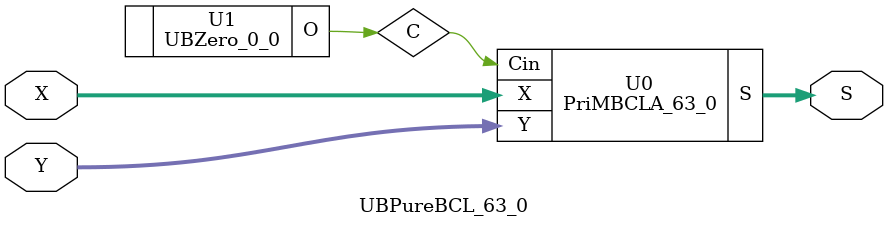
<source format=v>
/*----------------------------------------------------------------------------
  Copyright (c) 2021 Homma laboratory. All rights reserved.

  Top module: UBBCL_15_0_63_0

  Operand-1 length: 16
  Operand-2 length: 64
  Two-operand addition algorithm: Block carry look-ahead adder
----------------------------------------------------------------------------*/

module UB1DCON_0(O, I);
  output O;
  input I;
  assign O = I;
endmodule

module UB1DCON_1(O, I);
  output O;
  input I;
  assign O = I;
endmodule

module UB1DCON_2(O, I);
  output O;
  input I;
  assign O = I;
endmodule

module UB1DCON_3(O, I);
  output O;
  input I;
  assign O = I;
endmodule

module UB1DCON_4(O, I);
  output O;
  input I;
  assign O = I;
endmodule

module UB1DCON_5(O, I);
  output O;
  input I;
  assign O = I;
endmodule

module UB1DCON_6(O, I);
  output O;
  input I;
  assign O = I;
endmodule

module UB1DCON_7(O, I);
  output O;
  input I;
  assign O = I;
endmodule

module UB1DCON_8(O, I);
  output O;
  input I;
  assign O = I;
endmodule

module UB1DCON_9(O, I);
  output O;
  input I;
  assign O = I;
endmodule

module UB1DCON_10(O, I);
  output O;
  input I;
  assign O = I;
endmodule

module UB1DCON_11(O, I);
  output O;
  input I;
  assign O = I;
endmodule

module UB1DCON_12(O, I);
  output O;
  input I;
  assign O = I;
endmodule

module UB1DCON_13(O, I);
  output O;
  input I;
  assign O = I;
endmodule

module UB1DCON_14(O, I);
  output O;
  input I;
  assign O = I;
endmodule

module UB1DCON_15(O, I);
  output O;
  input I;
  assign O = I;
endmodule

module UBZero_63_16(O);
  output [63:16] O;
  assign O[16] = 0;
  assign O[17] = 0;
  assign O[18] = 0;
  assign O[19] = 0;
  assign O[20] = 0;
  assign O[21] = 0;
  assign O[22] = 0;
  assign O[23] = 0;
  assign O[24] = 0;
  assign O[25] = 0;
  assign O[26] = 0;
  assign O[27] = 0;
  assign O[28] = 0;
  assign O[29] = 0;
  assign O[30] = 0;
  assign O[31] = 0;
  assign O[32] = 0;
  assign O[33] = 0;
  assign O[34] = 0;
  assign O[35] = 0;
  assign O[36] = 0;
  assign O[37] = 0;
  assign O[38] = 0;
  assign O[39] = 0;
  assign O[40] = 0;
  assign O[41] = 0;
  assign O[42] = 0;
  assign O[43] = 0;
  assign O[44] = 0;
  assign O[45] = 0;
  assign O[46] = 0;
  assign O[47] = 0;
  assign O[48] = 0;
  assign O[49] = 0;
  assign O[50] = 0;
  assign O[51] = 0;
  assign O[52] = 0;
  assign O[53] = 0;
  assign O[54] = 0;
  assign O[55] = 0;
  assign O[56] = 0;
  assign O[57] = 0;
  assign O[58] = 0;
  assign O[59] = 0;
  assign O[60] = 0;
  assign O[61] = 0;
  assign O[62] = 0;
  assign O[63] = 0;
endmodule

module GPGenerator(Go, Po, A, B);
  output Go;
  output Po;
  input A;
  input B;
  assign Go = A & B;
  assign Po = A ^ B;
endmodule

module BCLAU_4(Go, Po, G, P, Cin);
  output Go;
  output Po;
  input Cin;
  input [3:0] G;
  input [3:0] P;
  assign Po = P[0] & P[1] & P[2] & P[3];
  assign Go = G[3] | ( P[3] & G[2] ) | ( P[3] & P[2] & G[1] ) | ( P[3] & P[2] & P[1] & G[0] );
endmodule

module BCLAlU_4(Go, Po, S, X, Y, Cin);
  output Go;
  output Po;
  output [3:0] S;
  input Cin;
  input [3:0] X;
  input [3:0] Y;
  wire [3:1] C;
  wire [3:0] G;
  wire [3:0] P;
  assign C[1] = G[0] | ( P[0] & Cin );
  assign C[2] = G[1] | ( P[1] & C[1] );
  assign C[3] = G[2] | ( P[2] & C[2] );
  assign S[0] = P[0] ^ Cin;
  assign S[1] = P[1] ^ C[1];
  assign S[2] = P[2] ^ C[2];
  assign S[3] = P[3] ^ C[3];
  GPGenerator U0 (G[0], P[0], X[0], Y[0]);
  GPGenerator U1 (G[1], P[1], X[1], Y[1]);
  GPGenerator U2 (G[2], P[2], X[2], Y[2]);
  GPGenerator U3 (G[3], P[3], X[3], Y[3]);
  BCLAU_4 U4 (Go, Po, G, P, Cin);
endmodule

module PriMBCLA_63_0(S, X, Y, Cin);
  output [64:0] S;
  input Cin;
  input [63:0] X;
  input [63:0] Y;
  wire [15:0] C1;
  wire [3:0] C2;
  wire [15:0] G1;
  wire [3:0] G2;
  wire [15:0] P1;
  wire [3:0] P2;
  assign C1[0] = C2[0];
  assign C1[1] = G1[0] | ( P1[0] & C1[0] );
  assign C1[2] = G1[1] | ( P1[1] & C1[1] );
  assign C1[3] = G1[2] | ( P1[2] & C1[2] );
  assign C1[4] = C2[1];
  assign C1[5] = G1[4] | ( P1[4] & C1[4] );
  assign C1[6] = G1[5] | ( P1[5] & C1[5] );
  assign C1[7] = G1[6] | ( P1[6] & C1[6] );
  assign C1[8] = C2[2];
  assign C1[9] = G1[8] | ( P1[8] & C1[8] );
  assign C1[10] = G1[9] | ( P1[9] & C1[9] );
  assign C1[11] = G1[10] | ( P1[10] & C1[10] );
  assign C1[12] = C2[3];
  assign C1[13] = G1[12] | ( P1[12] & C1[12] );
  assign C1[14] = G1[13] | ( P1[13] & C1[13] );
  assign C1[15] = G1[14] | ( P1[14] & C1[14] );
  assign C2[0] = Cin;
  assign C2[1] = G2[0] | ( P2[0] & C2[0] );
  assign C2[2] = G2[1] | ( P2[1] & C2[1] );
  assign C2[3] = G2[2] | ( P2[2] & C2[2] );
  assign S[64] = G2[3] | ( P2[3] & C2[3] );
  BCLAlU_4 U0 (G1[0], P1[0], S[3:0], X[3:0], Y[3:0], C1[0]);
  BCLAlU_4 U1 (G1[1], P1[1], S[7:4], X[7:4], Y[7:4], C1[1]);
  BCLAlU_4 U2 (G1[2], P1[2], S[11:8], X[11:8], Y[11:8], C1[2]);
  BCLAlU_4 U3 (G1[3], P1[3], S[15:12], X[15:12], Y[15:12], C1[3]);
  BCLAlU_4 U4 (G1[4], P1[4], S[19:16], X[19:16], Y[19:16], C1[4]);
  BCLAlU_4 U5 (G1[5], P1[5], S[23:20], X[23:20], Y[23:20], C1[5]);
  BCLAlU_4 U6 (G1[6], P1[6], S[27:24], X[27:24], Y[27:24], C1[6]);
  BCLAlU_4 U7 (G1[7], P1[7], S[31:28], X[31:28], Y[31:28], C1[7]);
  BCLAlU_4 U8 (G1[8], P1[8], S[35:32], X[35:32], Y[35:32], C1[8]);
  BCLAlU_4 U9 (G1[9], P1[9], S[39:36], X[39:36], Y[39:36], C1[9]);
  BCLAlU_4 U10 (G1[10], P1[10], S[43:40], X[43:40], Y[43:40], C1[10]);
  BCLAlU_4 U11 (G1[11], P1[11], S[47:44], X[47:44], Y[47:44], C1[11]);
  BCLAlU_4 U12 (G1[12], P1[12], S[51:48], X[51:48], Y[51:48], C1[12]);
  BCLAlU_4 U13 (G1[13], P1[13], S[55:52], X[55:52], Y[55:52], C1[13]);
  BCLAlU_4 U14 (G1[14], P1[14], S[59:56], X[59:56], Y[59:56], C1[14]);
  BCLAlU_4 U15 (G1[15], P1[15], S[63:60], X[63:60], Y[63:60], C1[15]);
  BCLAU_4 U16 (G2[0], P2[0], G1[3:0], P1[3:0], C2[0]);
  BCLAU_4 U17 (G2[1], P2[1], G1[7:4], P1[7:4], C2[1]);
  BCLAU_4 U18 (G2[2], P2[2], G1[11:8], P1[11:8], C2[2]);
  BCLAU_4 U19 (G2[3], P2[3], G1[15:12], P1[15:12], C2[3]);
endmodule

module UBZero_0_0(O);
  output [0:0] O;
  assign O[0] = 0;
endmodule

module UBBCL_15_0_63_0 (S, X, Y);
  output [64:0] S;
  input [15:0] X;
  input [63:0] Y;
  wire [63:0] Z;
  UBExtender_15_0_6000 U0 (Z[63:0], X[15:0]);
  UBPureBCL_63_0 U1 (S[64:0], Z[63:0], Y[63:0]);
endmodule

module UBCON_15_0 (O, I);
  output [15:0] O;
  input [15:0] I;
  UB1DCON_0 U0 (O[0], I[0]);
  UB1DCON_1 U1 (O[1], I[1]);
  UB1DCON_2 U2 (O[2], I[2]);
  UB1DCON_3 U3 (O[3], I[3]);
  UB1DCON_4 U4 (O[4], I[4]);
  UB1DCON_5 U5 (O[5], I[5]);
  UB1DCON_6 U6 (O[6], I[6]);
  UB1DCON_7 U7 (O[7], I[7]);
  UB1DCON_8 U8 (O[8], I[8]);
  UB1DCON_9 U9 (O[9], I[9]);
  UB1DCON_10 U10 (O[10], I[10]);
  UB1DCON_11 U11 (O[11], I[11]);
  UB1DCON_12 U12 (O[12], I[12]);
  UB1DCON_13 U13 (O[13], I[13]);
  UB1DCON_14 U14 (O[14], I[14]);
  UB1DCON_15 U15 (O[15], I[15]);
endmodule

module UBExtender_15_0_6000 (O, I);
  output [63:0] O;
  input [15:0] I;
  UBCON_15_0 U0 (O[15:0], I[15:0]);
  UBZero_63_16 U1 (O[63:16]);
endmodule

module UBPureBCL_63_0 (S, X, Y);
  output [64:0] S;
  input [63:0] X;
  input [63:0] Y;
  wire C;
  PriMBCLA_63_0 U0 (S, X, Y, C);
  UBZero_0_0 U1 (C);
endmodule


</source>
